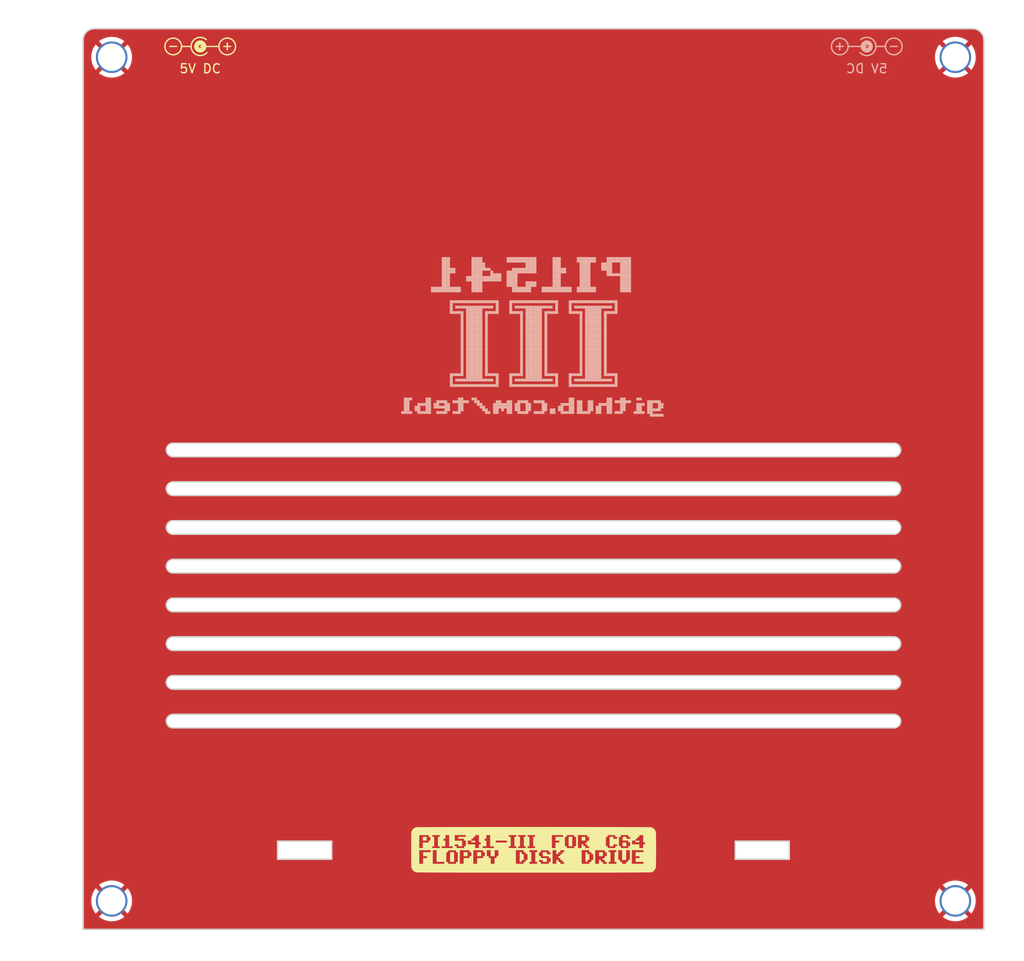
<source format=kicad_pcb>
(kicad_pcb (version 20221018) (generator pcbnew)
  (layers (0 "F.Cu" signal) (31 "B.Cu" signal) (34 "B.Paste" user) (35 "F.Paste" user) (36 "B.SilkS" user "B.Silkscreen") (37 "F.SilkS" user "F.Silkscreen") (38 "B.Mask" user) (39 "F.Mask" user) (44 "Edge.Cuts" user))
  (net 0 "")
  (net 1 "Net-(M1-Pad1)")
  (footprint "mounting:M3_pin" (layer "F.Cu") (at 73.355 151.435)
    (fp_text reference "M1" hide)
    (fp_text value "Mounting" hide)
    (pad "1" thru_hole circle locked (at 0 0) (size 3.5 3.5) (drill 3.048) (layers "*.Cu" "*.Mask") (net 1 "Net-(M1-Pad1)"))
  )
  (footprint "mounting:M3_pin" (layer "F.Cu") (at 167.005 151.435)
    (fp_text reference "M2" hide)
    (fp_text value "Mounting" hide)
    (pad "1" thru_hole circle locked (at 0 0) (size 3.5 3.5) (drill 3.048) (layers "*.Cu" "*.Mask") (net 1 "Net-(M1-Pad1)"))
  )
  (footprint "mounting:M3_pin" (layer "F.Cu") (at 167.005 57.785)
    (fp_text reference "M3" hide)
    (fp_text value "Mounting" hide)
    (pad "1" thru_hole circle (at 0 0) (size 3.5 3.5) (drill 3.048) (layers "*.Cu" "*.Mask") (net 1 "Net-(M1-Pad1)"))
  )
  (footprint "mounting:M3_pin" (layer "F.Cu") (at 73.355 57.785)
    (fp_text reference "M4" hide)
    (fp_text value "Mounting" hide)
    (pad "1" thru_hole circle locked (at 0 0) (size 3.5 3.5) (drill 3.048) (layers "*.Cu" "*.Mask") (net 1 "Net-(M1-Pad1)"))
  )
  (footprint "Pi1541:Pi1541-Decal2" (layer "F.Cu") (at 120.18 145.75)
    (fp_text reference "G***" hide)
    (fp_text value "LOGO" hide)
  )
  (footprint "Pi1541:PWR_Specification_Single" (layer "F.Cu") (at 83.185 56.515)
    (fp_text reference "REF**" hide)
    (fp_text value "PWR_Spec")
    (fp_text user "+" (at 3 0) (layer "F.SilkS"))
    (fp_text user "-" (at -3 0) (layer "F.SilkS"))
  )
  (footprint "Pi1541:Pi1541-logo3" (layer "B.Cu") (at 139.7 79.375 180)
    (fp_text reference "Pi1541-logo3" hide)
    (fp_text value "" (at 0 0) (layer "B.SilkS") (effects (font (size 1.27 1.27)) (justify mirror)))
  )
  (footprint "Pi1541:PWR_Specification_Single" (layer "B.Cu") (at 157.175 56.515 180)
    (fp_text reference "REF**" hide)
    (fp_text value "PWR_Spec")
    (fp_text user "+" (at 3 0) (layer "B.SilkS") (effects (justify mirror)))
    (fp_text user "-" (at -3 0) (layer "B.SilkS") (effects (justify mirror)))
  )
  (gr_line (start 70.18 154.61) (end 70.18 55.88) (stroke (width 0.15)) (layer "Edge.Cuts"))
  (gr_line (start 170.18 55.88) (end 170.18 154.61) (stroke (width 0.15)) (layer "Edge.Cuts"))
  (gr_line (start 70.18 154.61) (end 76.2 154.61) (stroke (width 0.15)) (layer "Edge.Cuts"))
  (gr_line (start 163.83 54.61) (end 168.91 54.61) (stroke (width 0.15)) (layer "Edge.Cuts"))
  (gr_line (start 112.268 154.61) (end 76.2 154.61) (stroke (width 0.15)) (layer "Edge.Cuts"))
  (gr_line (start 112.268 154.61) (end 170.18 154.61) (stroke (width 0.15)) (layer "Edge.Cuts"))
  (gr_line (start 91.775 146.808) (end 91.775 144.803) (stroke (width 0.15)) (layer "Edge.Cuts"))
  (gr_line (start 142.575 146.808) (end 148.575 146.808) (stroke (width 0.15)) (layer "Edge.Cuts"))
  (gr_line (start 148.575 144.803) (end 148.575 146.808) (stroke (width 0.15)) (layer "Edge.Cuts"))
  (gr_line (start 142.575 146.808) (end 142.575 144.803) (stroke (width 0.15)) (layer "Edge.Cuts"))
  (gr_line (start 142.575 144.803) (end 148.575 144.803) (stroke (width 0.15)) (layer "Edge.Cuts"))
  (gr_line (start 80.18 132.23) (end 160.18 132.23) (stroke (width 0.15)) (layer "Edge.Cuts"))
  (gr_line (start 80.18 127.93) (end 160.18 127.93) (stroke (width 0.15)) (layer "Edge.Cuts"))
  (gr_arc (start 160.18 130.73) (mid 160.93 131.48) (end 160.18 132.23) (stroke (width 0.15)) (layer "Edge.Cuts"))
  (gr_line (start 80.18 130.73) (end 160.18 130.73) (stroke (width 0.15)) (layer "Edge.Cuts"))
  (gr_arc (start 80.18 127.93) (mid 79.43 127.18) (end 80.18 126.43) (stroke (width 0.15)) (layer "Edge.Cuts"))
  (gr_line (start 80.18 126.43) (end 160.18 126.43) (stroke (width 0.15)) (layer "Edge.Cuts"))
  (gr_arc (start 160.18 126.43) (mid 160.93 127.18) (end 160.18 127.93) (stroke (width 0.15)) (layer "Edge.Cuts"))
  (gr_arc (start 80.18 102.13) (mid 79.43 101.38) (end 80.18 100.63) (stroke (width 0.15)) (layer "Edge.Cuts"))
  (gr_line (start 80.18 100.63) (end 160.18 100.63) (stroke (width 0.15)) (layer "Edge.Cuts"))
  (gr_arc (start 160.18 100.63) (mid 160.93 101.38) (end 160.18 102.13) (stroke (width 0.15)) (layer "Edge.Cuts"))
  (gr_line (start 80.18 102.13) (end 160.18 102.13) (stroke (width 0.15)) (layer "Edge.Cuts"))
  (gr_arc (start 160.18 117.83) (mid 160.93 118.58) (end 160.18 119.33) (stroke (width 0.15)) (layer "Edge.Cuts"))
  (gr_arc (start 70.18 55.88) (mid 70.551974 54.981974) (end 71.45 54.61) (stroke (width 0.15)) (layer "Edge.Cuts"))
  (gr_arc (start 160.18 104.93) (mid 160.93 105.68) (end 160.18 106.43) (stroke (width 0.15)) (layer "Edge.Cuts"))
  (gr_line (start 80.18 113.53) (end 160.18 113.53) (stroke (width 0.15)) (layer "Edge.Cuts"))
  (gr_arc (start 80.18 123.63) (mid 79.43 122.88) (end 80.18 122.13) (stroke (width 0.15)) (layer "Edge.Cuts"))
  (gr_line (start 91.775 146.808) (end 97.775 146.808) (stroke (width 0.15)) (layer "Edge.Cuts"))
  (gr_arc (start 160.18 122.13) (mid 160.93 122.88) (end 160.18 123.63) (stroke (width 0.15)) (layer "Edge.Cuts"))
  (gr_line (start 80.18 110.73) (end 160.18 110.73) (stroke (width 0.15)) (layer "Edge.Cuts"))
  (gr_line (start 91.775 144.803) (end 97.775 144.803) (stroke (width 0.15)) (layer "Edge.Cuts"))
  (gr_line (start 97.775 144.803) (end 97.775 146.808) (stroke (width 0.15)) (layer "Edge.Cuts"))
  (gr_arc (start 80.18 119.33) (mid 79.43 118.58) (end 80.18 117.83) (stroke (width 0.15)) (layer "Edge.Cuts"))
  (gr_line (start 80.18 106.43) (end 160.18 106.43) (stroke (width 0.15)) (layer "Edge.Cuts"))
  (gr_arc (start 168.91 54.61) (mid 169.808026 54.981974) (end 170.18 55.88) (stroke (width 0.15)) (layer "Edge.Cuts"))
  (gr_line (start 80.18 117.83) (end 160.18 117.83) (stroke (width 0.15)) (layer "Edge.Cuts"))
  (gr_line (start 80.18 104.93) (end 160.18 104.93) (stroke (width 0.15)) (layer "Edge.Cuts"))
  (gr_arc (start 160.18 113.53) (mid 160.93 114.28) (end 160.18 115.03) (stroke (width 0.15)) (layer "Edge.Cuts"))
  (gr_arc (start 80.18 115.03) (mid 79.43 114.28) (end 80.18 113.53) (stroke (width 0.15)) (layer "Edge.Cuts"))
  (gr_line (start 80.18 109.23) (end 160.18 109.23) (stroke (width 0.15)) (layer "Edge.Cuts"))
  (gr_arc (start 80.18 110.73) (mid 79.43 109.98) (end 80.18 109.23) (stroke (width 0.15)) (layer "Edge.Cuts"))
  (gr_line (start 163.83 54.61) (end 71.45 54.61) (stroke (width 0.15)) (layer "Edge.Cuts"))
  (gr_line (start 80.18 115.03) (end 160.18 115.03) (stroke (width 0.15)) (layer "Edge.Cuts"))
  (gr_line (start 80.18 123.63) (end 160.18 123.63) (stroke (width 0.15)) (layer "Edge.Cuts"))
  (gr_arc (start 160.18 109.23) (mid 160.93 109.98) (end 160.18 110.73) (stroke (width 0.15)) (layer "Edge.Cuts"))
  (gr_arc (start 80.18 106.43) (mid 79.43 105.68) (end 80.18 104.93) (stroke (width 0.15)) (layer "Edge.Cuts"))
  (gr_arc (start 80.18 132.23) (mid 79.43 131.48) (end 80.18 130.73) (stroke (width 0.15)) (layer "Edge.Cuts"))
  (gr_line (start 80.18 119.33) (end 160.18 119.33) (stroke (width 0.15)) (layer "Edge.Cuts"))
  (gr_line (start 80.18 122.13) (end 160.18 122.13) (stroke (width 0.15)) (layer "Edge.Cuts"))
  (gr_text "5V DC" (at 157.175 59.055) (layer "B.SilkS") (effects (font (size 1 1)) (justify mirror)))
  (gr_text "5V DC" (at 83.185 59.055) (layer "F.SilkS") (effects (font (size 1 1))))
  (zone (net 1) (net_name "Net-(M1-Pad1)") (layer "F.Cu") (connect_pads (clearance 0.508)) (min_thickness 0.254) (fill yes (thermal_gap 0.508) (thermal_bridge_width 0.508))
    (polygon (pts (xy 174.625 158.115) (xy 60.96 158.115) (xy 60.96 51.435) (xy 174.625 51.435)))
  )
)
</source>
